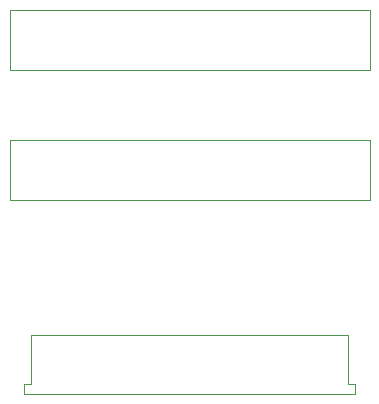
<source format=gbr>
%TF.GenerationSoftware,Altium Limited,Altium Designer,23.2.1 (34)*%
G04 Layer_Color=16711935*
%FSLAX45Y45*%
%MOMM*%
%TF.SameCoordinates,7D16A08E-AD26-414A-B05A-F9FA4662990C*%
%TF.FilePolarity,Positive*%
%TF.FileFunction,Other,Mechanical_13*%
%TF.Part,Single*%
G01*
G75*
%TA.AperFunction,NonConductor*%
%ADD28C,0.10000*%
D28*
X3176006Y6459382D02*
X6224006D01*
Y5951382D02*
Y6459382D01*
X3176006Y5951382D02*
X6224006D01*
X3176006D02*
Y6459382D01*
X3176001Y5359374D02*
X6224001D01*
Y4851374D02*
Y5359374D01*
X3176001Y4851374D02*
X6224001D01*
X3176001D02*
Y5359374D01*
X6040003Y3297880D02*
Y3712880D01*
Y3297880D02*
X6100003D01*
X6100008Y3212886D01*
X3300009D02*
X6100008D01*
X3299999Y3297880D02*
X3300009Y3212886D01*
X3299999Y3297880D02*
X3359999D01*
Y3712880D01*
X6040003D01*
%TF.MD5,992c309b897fbb0b19dcdc0e83bc334a*%
M02*

</source>
